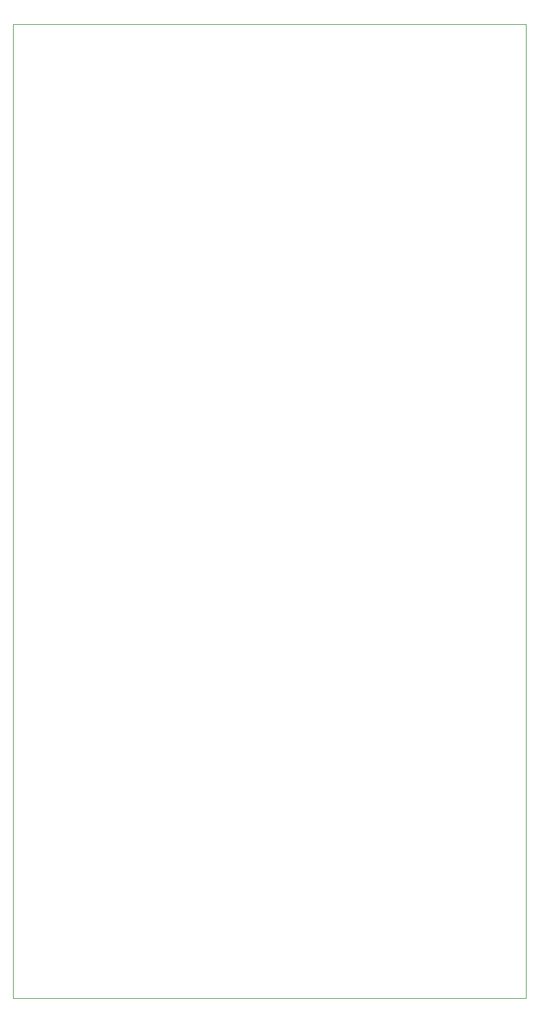
<source format=gbr>
G04 #@! TF.GenerationSoftware,KiCad,Pcbnew,(5.1.5)-3*
G04 #@! TF.CreationDate,2020-02-02T10:17:26+01:00*
G04 #@! TF.ProjectId,shield,73686965-6c64-42e6-9b69-6361645f7063,rev?*
G04 #@! TF.SameCoordinates,Original*
G04 #@! TF.FileFunction,Profile,NP*
%FSLAX46Y46*%
G04 Gerber Fmt 4.6, Leading zero omitted, Abs format (unit mm)*
G04 Created by KiCad (PCBNEW (5.1.5)-3) date 2020-02-02 10:17:26*
%MOMM*%
%LPD*%
G04 APERTURE LIST*
%ADD10C,0.050000*%
G04 APERTURE END LIST*
D10*
X40005000Y-40005000D02*
X40005000Y-172720000D01*
X109855000Y-40005000D02*
X40005000Y-40005000D01*
X109855000Y-172720000D02*
X109855000Y-40005000D01*
X40005000Y-172720000D02*
X109855000Y-172720000D01*
M02*

</source>
